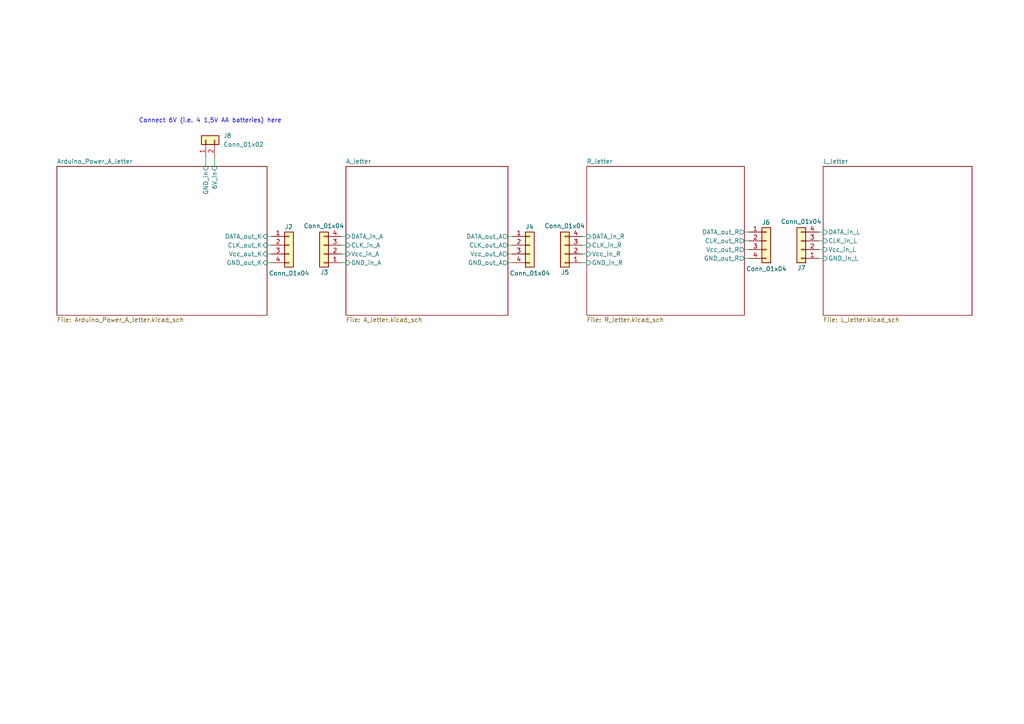
<source format=kicad_sch>
(kicad_sch (version 20231120) (generator "eeschema") (generator_version "8.0")
  (paper "A4")
  (lib_symbols
    (symbol "Connector_Generic:Conn_01x02" (pin_names (offset 1.016) hide)
      (property "Reference" "J" (at 0 2.54 0))
      (property "Value" "Conn_01x02" (at 0 -5.08 0))
      (symbol "Conn_01x02_1_1"
        (rectangle (start -1.27 -2.413) (end 0 -2.667) (stroke (width 0.1524)))
        (rectangle (start -1.27 0.127) (end 0 -0.127) (stroke (width 0.1524)))
        (rectangle (start -1.27 1.27) (end 1.27 -3.81) (stroke (width 0.254)) (fill (type background)))
        (pin passive line (at -5.08 0 0) (length 3.81) (name "Pin_1") (number "1"))
        (pin passive line (at -5.08 -2.54 0) (length 3.81) (name "Pin_2") (number "2"))
      )
    )
    (symbol "Connector_Generic:Conn_01x04" (pin_names (offset 1.016) hide)
      (property "Reference" "J" (at 0 5.08 0))
      (property "Value" "Conn_01x04" (at 0 -7.62 0))
      (symbol "Conn_01x04_1_1"
        (rectangle (start -1.27 -4.953) (end 0 -5.207) (stroke (width 0.1524)))
        (rectangle (start -1.27 -2.413) (end 0 -2.667) (stroke (width 0.1524)))
        (rectangle (start -1.27 0.127) (end 0 -0.127) (stroke (width 0.1524)))
        (rectangle (start -1.27 2.667) (end 0 2.413) (stroke (width 0.1524)))
        (rectangle (start -1.27 3.81) (end 1.27 -6.35) (stroke (width 0.254)) (fill (type background)))
        (pin passive line (at -5.08 2.54 0) (length 3.81) (name "Pin_1") (number "1"))
        (pin passive line (at -5.08 0 0) (length 3.81) (name "Pin_2") (number "2"))
        (pin passive line (at -5.08 -2.54 0) (length 3.81) (name "Pin_3") (number "3"))
        (pin passive line (at -5.08 -5.08 0) (length 3.81) (name "Pin_4") (number "4"))
      )
    )
  )
  (wire (pts (xy 147.32 73.66) (xy 148.59 73.66)))
  (wire (pts (xy 215.9 74.93) (xy 217.17 74.93)))
  (wire (pts (xy 237.49 69.85) (xy 238.76 69.85)))
  (wire (pts (xy 168.91 76.2) (xy 170.18 76.2)))
  (wire (pts (xy 168.91 68.58) (xy 170.18 68.58)))
  (wire (pts (xy 99.06 73.66) (xy 100.33 73.66)))
  (wire (pts (xy 237.49 67.31) (xy 238.76 67.31)))
  (wire (pts (xy 99.06 68.58) (xy 100.33 68.58)))
  (wire (pts (xy 215.9 72.39) (xy 217.17 72.39)))
  (wire (pts (xy 237.49 72.39) (xy 238.76 72.39)))
  (wire (pts (xy 147.32 71.12) (xy 148.59 71.12)))
  (wire (pts (xy 237.49 74.93) (xy 238.76 74.93)))
  (wire (pts (xy 99.06 76.2) (xy 100.33 76.2)))
  (wire (pts (xy 59.69 45.72) (xy 59.69 48.26)))
  (wire (pts (xy 77.47 76.2) (xy 78.74 76.2)))
  (wire (pts (xy 168.91 71.12) (xy 170.18 71.12)))
  (wire (pts (xy 215.9 67.31) (xy 217.17 67.31)))
  (wire (pts (xy 77.47 68.58) (xy 78.74 68.58)))
  (wire (pts (xy 77.47 73.66) (xy 78.74 73.66)))
  (wire (pts (xy 62.23 45.72) (xy 62.23 48.26)))
  (wire (pts (xy 168.91 73.66) (xy 170.18 73.66)))
  (wire (pts (xy 99.06 71.12) (xy 100.33 71.12)))
  (wire (pts (xy 77.47 71.12) (xy 78.74 71.12)))
  (wire (pts (xy 147.32 76.2) (xy 148.59 76.2)))
  (wire (pts (xy 215.9 69.85) (xy 217.17 69.85)))
  (wire (pts (xy 147.32 68.58) (xy 148.59 68.58)))
  (text "Connect 6V (i.e. 4 1,5V AA batteries) here \n" (at 61.468 35.052 0) (effects (font (size 1.27 1.27))))
  (symbol (lib_id "Connector_Generic:Conn_01x04") (at 163.83 73.66 180) (unit 1)
    (property "Reference" "J5" (at 165.1 78.994 0) (effects (justify left)))
    (property "Value" "Conn_01x04" (at 169.672 65.532 0) (effects (justify left)))
    (property "Footprint" "Connector_PinHeader_2.54mm:PinHeader_1x04_P2.54mm_Horizontal" (effects (hide yes)))
    (property "Description" "Generic connector, single row, 01x04, script generated (kicad-library-utils/schlib/autogen/connector/)" (effects (hide yes)))
  )
  (symbol (lib_id "Connector_Generic:Conn_01x04") (at 222.25 69.85 0) (unit 1)
    (property "Reference" "J6" (at 220.98 64.516 0) (effects (justify left)))
    (property "Value" "Conn_01x04" (at 216.408 77.978 0) (effects (justify left)))
    (property "Footprint" "Connector_PinHeader_2.54mm:PinHeader_1x04_P2.54mm_Horizontal" (effects (hide yes)))
    (property "Description" "Generic connector, single row, 01x04, script generated (kicad-library-utils/schlib/autogen/connector/)" (effects (hide yes)))
  )
  (symbol (lib_id "Connector_Generic:Conn_01x04") (at 232.41 72.39 180) (unit 1)
    (property "Reference" "J7" (at 233.68 77.724 0) (effects (justify left)))
    (property "Value" "Conn_01x04" (at 238.252 64.262 0) (effects (justify left)))
    (property "Footprint" "Connector_PinHeader_2.54mm:PinHeader_1x04_P2.54mm_Horizontal" (effects (hide yes)))
    (property "Description" "Generic connector, single row, 01x04, script generated (kicad-library-utils/schlib/autogen/connector/)" (effects (hide yes)))
  )
  (symbol (lib_id "Connector_Generic:Conn_01x02") (at 59.69 40.64 90) (unit 1)
    (property "Reference" "J8" (at 64.77 39.3699 90) (effects (justify right)))
    (property "Value" "Conn_01x02" (at 64.77 41.9099 90) (effects (justify right)))
    (property "Footprint" "Connector_PinHeader_2.54mm:PinHeader_1x04_P2.54mm_Horizontal" (effects (hide yes)))
    (property "Description" "Generic connector, single row, 01x02, script generated (kicad-library-utils/schlib/autogen/connector/)" (effects (hide yes)))
  )
  (symbol (lib_id "Connector_Generic:Conn_01x04") (at 93.98 73.66 180) (unit 1)
    (property "Reference" "J3" (at 95.25 78.994 0) (effects (justify left)))
    (property "Value" "Conn_01x04" (at 99.822 65.532 0) (effects (justify left)))
    (property "Footprint" "Connector_PinHeader_2.54mm:PinHeader_1x04_P2.54mm_Horizontal" (effects (hide yes)))
    (property "Description" "Generic connector, single row, 01x04, script generated (kicad-library-utils/schlib/autogen/connector/)" (effects (hide yes)))
  )
  (symbol (lib_id "Connector_Generic:Conn_01x04") (at 83.82 71.12 0) (unit 1)
    (property "Reference" "J2" (at 82.55 65.786 0) (effects (justify left)))
    (property "Value" "Conn_01x04" (at 77.978 79.248 0) (effects (justify left)))
    (property "Footprint" "Connector_PinHeader_2.54mm:PinHeader_1x04_P2.54mm_Horizontal" (effects (hide yes)))
    (property "Description" "Generic connector, single row, 01x04, script generated (kicad-library-utils/schlib/autogen/connector/)" (effects (hide yes)))
  )
  (symbol (lib_id "Connector_Generic:Conn_01x04") (at 153.67 71.12 0) (unit 1)
    (property "Reference" "J4" (at 152.4 65.786 0) (effects (justify left)))
    (property "Value" "Conn_01x04" (at 147.828 79.248 0) (effects (justify left)))
    (property "Footprint" "Connector_PinHeader_2.54mm:PinHeader_1x04_P2.54mm_Horizontal" (effects (hide yes)))
    (property "Description" "Generic connector, single row, 01x04, script generated (kicad-library-utils/schlib/autogen/connector/)" (effects (hide yes)))
  )
  (sheet (at 170.18 48.26) (size 45.72 43.18) (stroke (width 0.1524))
    (property "Sheetname" "R_letter" (at 170.18 47.5484 0) (effects (justify left bottom)))
    (property "Sheetfile" "R_letter.kicad_sch" (at 170.18 92.0246 0) (effects (justify left top)))
    (pin "CLK_in_R" input (at 170.18 71.12 180))
    (pin "GND_in_R" input (at 170.18 76.2 180))
    (pin "DATA_out_R" output (at 215.9 67.31 0))
    (pin "Vcc_in_R" input (at 170.18 73.66 180))
    (pin "DATA_in_R" input (at 170.18 68.58 180))
    (pin "Vcc_out_R" output (at 215.9 72.39 0))
    (pin "CLK_out_R" output (at 215.9 69.85 0))
    (pin "GND_out_R" output (at 215.9 74.93 0))
  )
  (sheet (at 100.33 48.26) (size 46.99 43.18) (stroke (width 0.1524))
    (property "Sheetname" "A_letter" (at 100.33 47.5484 0) (effects (justify left bottom)))
    (property "Sheetfile" "A_letter.kicad_sch" (at 100.33 92.0246 0) (effects (justify left top)))
    (pin "DATA_in_A" input (at 100.33 68.58 180))
    (pin "CLK_in_A" input (at 100.33 71.12 180))
    (pin "Vcc_in_A" input (at 100.33 73.66 180))
    (pin "GND_in_A" input (at 100.33 76.2 180))
    (pin "Vcc_out_A" output (at 147.32 73.66 0))
    (pin "DATA_out_A" output (at 147.32 68.58 0))
    (pin "CLK_out_A" output (at 147.32 71.12 0))
    (pin "GND_out_A" output (at 147.32 76.2 0))
  )
  (sheet (at 238.76 48.26) (size 43.18 43.18) (stroke (width 0.1524))
    (property "Sheetname" "L_letter" (at 238.76 47.5484 0) (effects (justify left bottom)))
    (property "Sheetfile" "L_letter.kicad_sch" (at 238.76 92.0246 0) (effects (justify left top)))
    (pin "GND_in_L" input (at 238.76 74.93 180))
    (pin "CLK_in_L" input (at 238.76 69.85 180))
    (pin "Vcc_in_L" input (at 238.76 72.39 180))
    (pin "DATA_in_L" input (at 238.76 67.31 180))
  )
  (sheet (at 16.51 48.26) (size 60.96 43.18) (stroke (width 0.1524))
    (property "Sheetname" "Arduino_Power_A_letter" (at 16.51 47.5484 0) (effects (justify left bottom)))
    (property "Sheetfile" "Arduino_Power_A_letter.kicad_sch" (at 16.51 92.0246 0) (effects (justify left top)))
    (pin "GND_out_K" input (at 77.47 76.2 0))
    (pin "Vcc_out_K" input (at 77.47 73.66 0))
    (pin "CLK_out_K" input (at 77.47 71.12 0))
    (pin "DATA_out_K" input (at 77.47 68.58 0))
    (pin "GND_in" input (at 59.69 48.26 90))
    (pin "6V_in" input (at 62.23 48.26 90))
  )
)
</source>
